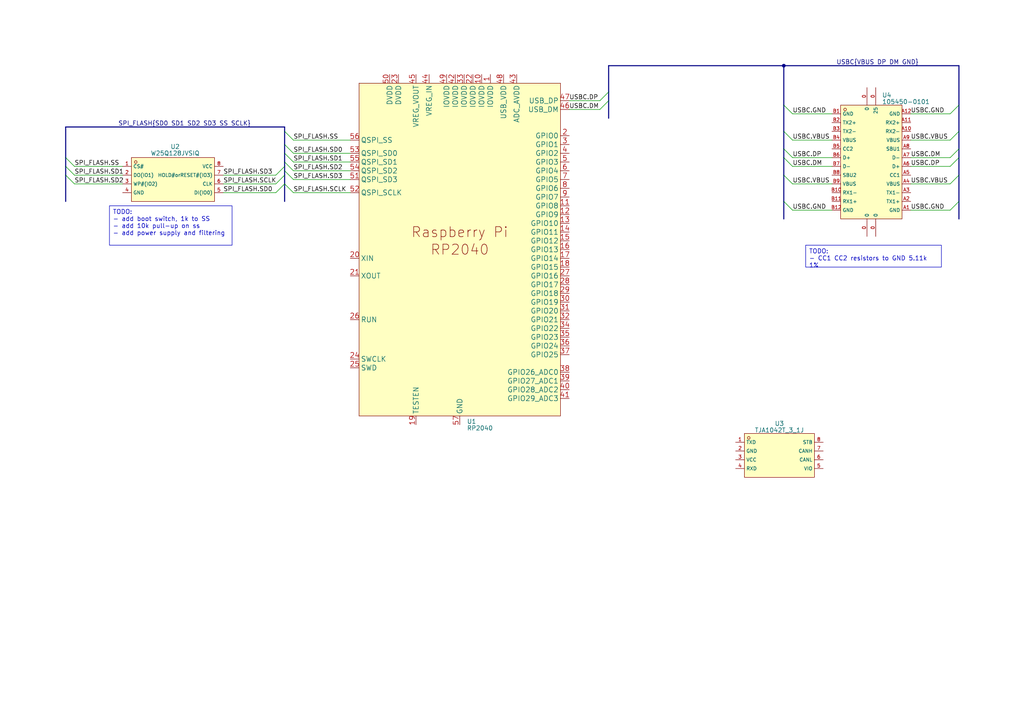
<source format=kicad_sch>
(kicad_sch (version 20230121) (generator eeschema)
  (paper "A4")
  (title_block (company "DrinkRobotics"))
  (lib_symbols
    (symbol "jlc:105450-0101"
      (property "Reference" "U" (at 0 1.27 0))
      (property "Value" "105450-0101" (at 0 -2.54 0))
      (symbol "105450-0101_0_1"
        (rectangle (start -8.89 16.51) (end 8.89 -16.51) (fill (type background)))
        (circle (center -7.62 15.24) (radius 0.381) (fill (type background)))
        (pin unspecified line (at -1.27 -21.59 90) (length 5.08) (name "0") (number "0"))
        (pin unspecified line (at -1.27 21.59 270) (length 5.08) (name "0") (number "0"))
        (pin unspecified line (at 1.27 -21.59 90) (length 5.08) (name "0") (number "0"))
        (pin unspecified line (at 1.27 21.59 270) (length 5.08) (name "25") (number "0"))
        (pin unspecified line (at 11.43 -13.97 180) (length 2.54) (name "GND") (number "A1"))
        (pin unspecified line (at 11.43 8.89 180) (length 2.54) (name "RX2-") (number "A10"))
        (pin unspecified line (at 11.43 11.43 180) (length 2.54) (name "RX2+") (number "A11"))
        (pin unspecified line (at 11.43 13.97 180) (length 2.54) (name "GND") (number "A12"))
        (pin unspecified line (at 11.43 -11.43 180) (length 2.54) (name "TX1+") (number "A2"))
        (pin unspecified line (at 11.43 -8.89 180) (length 2.54) (name "TX1-") (number "A3"))
        (pin unspecified line (at 11.43 -6.35 180) (length 2.54) (name "VBUS") (number "A4"))
        (pin unspecified line (at 11.43 -3.81 180) (length 2.54) (name "CC1") (number "A5"))
        (pin unspecified line (at 11.43 -1.27 180) (length 2.54) (name "D+") (number "A6"))
        (pin unspecified line (at 11.43 1.27 180) (length 2.54) (name "D-") (number "A7"))
        (pin unspecified line (at 11.43 3.81 180) (length 2.54) (name "SBU1") (number "A8"))
        (pin unspecified line (at 11.43 6.35 180) (length 2.54) (name "VBUS") (number "A9"))
        (pin unspecified line (at -11.43 13.97 0) (length 2.54) (name "GND") (number "B1"))
        (pin unspecified line (at -11.43 -8.89 0) (length 2.54) (name "RX1-") (number "B10"))
        (pin unspecified line (at -11.43 -11.43 0) (length 2.54) (name "RX1+") (number "B11"))
        (pin unspecified line (at -11.43 -13.97 0) (length 2.54) (name "GND") (number "B12"))
        (pin unspecified line (at -11.43 11.43 0) (length 2.54) (name "TX2+") (number "B2"))
        (pin unspecified line (at -11.43 8.89 0) (length 2.54) (name "TX2-") (number "B3"))
        (pin unspecified line (at -11.43 6.35 0) (length 2.54) (name "VBUS") (number "B4"))
        (pin unspecified line (at -11.43 3.81 0) (length 2.54) (name "CC2") (number "B5"))
        (pin unspecified line (at -11.43 1.27 0) (length 2.54) (name "D+") (number "B6"))
        (pin unspecified line (at -11.43 -1.27 0) (length 2.54) (name "D-") (number "B7"))
        (pin unspecified line (at -11.43 -3.81 0) (length 2.54) (name "SBU2") (number "B8"))
        (pin unspecified line (at -11.43 -6.35 0) (length 2.54) (name "VBUS") (number "B9"))
      )
    )
    (symbol "jlc:RP2040"
      (property "Reference" "U1" (at 2.0575 -47.3156 0))
      (property "Value" "RP2040" (at 2.0575 -49.2366 0))
      (symbol "RP2040_0_1"
        (rectangle (start -29.2101 50.8001) (end 29.2101 -45.7201) (fill (type background)))
        (text "Raspberry Pi" (at 0 7.62 0) (effects (font (size 2.921 2.921))))
        (text "RP2040" (at 0 2.54 0) (effects (font (size 2.921 2.921))))
        (pin bidirectional line (at 8.89 53.34 270) (length 2.54) (name "IOVDD") (number "1"))
        (pin bidirectional line (at 6.35 53.34 270) (length 2.54) (name "IOVDD") (number "10"))
        (pin bidirectional line (at 31.75 15.24 180) (length 2.54) (name "GPIO8") (number "11"))
        (pin bidirectional line (at 31.75 12.7 180) (length 2.54) (name "GPIO9") (number "12"))
        (pin bidirectional line (at 31.75 10.16 180) (length 2.54) (name "GPIO10") (number "13"))
        (pin bidirectional line (at 31.75 7.62 180) (length 2.54) (name "GPIO11") (number "14"))
        (pin bidirectional line (at 31.75 5.08 180) (length 2.54) (name "GPIO12") (number "15"))
        (pin bidirectional line (at 31.75 2.54 180) (length 2.54) (name "GPIO13") (number "16"))
        (pin bidirectional line (at 31.75 0 180) (length 2.54) (name "GPIO14") (number "17"))
        (pin bidirectional line (at 31.75 -2.54 180) (length 2.54) (name "GPIO15") (number "18"))
        (pin unspecified line (at -12.7 -48.26 90) (length 2.54) (name "TESTEN") (number "19"))
        (pin bidirectional line (at 31.75 35.56 180) (length 2.54) (name "GPIO0") (number "2"))
        (pin input line (at -31.75 0 0) (length 2.54) (name "XIN") (number "20"))
        (pin unspecified line (at -31.75 -5.08 0) (length 2.54) (name "XOUT") (number "21"))
        (pin bidirectional line (at 3.81 53.34 270) (length 2.54) (name "IOVDD") (number "22"))
        (pin bidirectional line (at -17.78 53.34 270) (length 2.54) (name "DVDD") (number "23"))
        (pin output line (at -31.75 -29.21 0) (length 2.54) (name "SWCLK") (number "24"))
        (pin bidirectional line (at -31.75 -31.75 0) (length 2.54) (name "SWD") (number "25"))
        (pin input line (at -31.75 -17.78 0) (length 2.54) (name "RUN") (number "26"))
        (pin bidirectional line (at 31.75 -5.08 180) (length 2.54) (name "GPIO16") (number "27"))
        (pin bidirectional line (at 31.75 -7.62 180) (length 2.54) (name "GPIO17") (number "28"))
        (pin bidirectional line (at 31.75 -10.16 180) (length 2.54) (name "GPIO18") (number "29"))
        (pin bidirectional line (at 31.75 33.02 180) (length 2.54) (name "GPIO1") (number "3"))
        (pin bidirectional line (at 31.75 -12.7 180) (length 2.54) (name "GPIO19") (number "30"))
        (pin bidirectional line (at 31.75 -15.24 180) (length 2.54) (name "GPIO20") (number "31"))
        (pin bidirectional line (at 31.75 -17.78 180) (length 2.54) (name "GPIO21") (number "32"))
        (pin bidirectional line (at 1.27 53.34 270) (length 2.54) (name "IOVDD") (number "33"))
        (pin bidirectional line (at 31.75 -20.32 180) (length 2.54) (name "GPIO22") (number "34"))
        (pin bidirectional line (at 31.75 -22.86 180) (length 2.54) (name "GPIO23") (number "35"))
        (pin bidirectional line (at 31.75 -25.4 180) (length 2.54) (name "GPIO24") (number "36"))
        (pin bidirectional line (at 31.75 -27.94 180) (length 2.54) (name "GPIO25") (number "37"))
        (pin bidirectional line (at 31.75 -33.02 180) (length 2.54) (name "GPIO26_ADC0") (number "38"))
        (pin bidirectional line (at 31.75 -35.56 180) (length 2.54) (name "GPIO27_ADC1") (number "39"))
        (pin bidirectional line (at 31.75 30.48 180) (length 2.54) (name "GPIO2") (number "4"))
        (pin bidirectional line (at 31.75 -38.1 180) (length 2.54) (name "GPIO28_ADC2") (number "40"))
        (pin bidirectional line (at 31.75 -40.64 180) (length 2.54) (name "GPIO29_ADC3") (number "41"))
        (pin bidirectional line (at -1.27 53.34 270) (length 2.54) (name "IOVDD") (number "42"))
        (pin bidirectional line (at 16.51 53.34 270) (length 2.54) (name "ADC_AVDD") (number "43"))
        (pin bidirectional line (at -8.89 53.34 270) (length 2.54) (name "VREG_IN") (number "44"))
        (pin bidirectional line (at -12.7 53.34 270) (length 2.54) (name "VREG_VOUT") (number "45"))
        (pin bidirectional line (at 31.75 43.18 180) (length 2.54) (name "USB_DM") (number "46"))
        (pin bidirectional line (at 31.75 45.72 180) (length 2.54) (name "USB_DP") (number "47"))
        (pin bidirectional line (at 12.7 53.34 270) (length 2.54) (name "USB_VDD") (number "48"))
        (pin bidirectional line (at -3.81 53.34 270) (length 2.54) (name "IOVDD") (number "49"))
        (pin bidirectional line (at 31.75 27.94 180) (length 2.54) (name "GPIO3") (number "5"))
        (pin bidirectional line (at -20.32 53.34 270) (length 2.54) (name "DVDD") (number "50"))
        (pin bidirectional line (at -31.75 22.86 0) (length 2.54) (name "QSPI_SD3") (number "51"))
        (pin output line (at -31.75 19.05 0) (length 2.54) (name "QSPI_SCLK") (number "52"))
        (pin bidirectional line (at -31.75 30.48 0) (length 2.54) (name "QSPI_SD0") (number "53"))
        (pin bidirectional line (at -31.75 25.4 0) (length 2.54) (name "QSPI_SD2") (number "54"))
        (pin bidirectional line (at -31.75 27.94 0) (length 2.54) (name "QSPI_SD1") (number "55"))
        (pin bidirectional line (at -31.75 34.29 0) (length 2.54) (name "QSPI_SS") (number "56"))
        (pin bidirectional line (at 0 -48.26 90) (length 2.54) (name "GND") (number "57"))
        (pin bidirectional line (at 31.75 25.4 180) (length 2.54) (name "GPIO4") (number "6"))
        (pin bidirectional line (at 31.75 22.86 180) (length 2.54) (name "GPIO5") (number "7"))
        (pin bidirectional line (at 31.75 20.32 180) (length 2.54) (name "GPIO6") (number "8"))
        (pin bidirectional line (at 31.75 17.78 180) (length 2.54) (name "GPIO7") (number "9"))
      )
    )
    (symbol "jlc:TJA1042T_3_1J"
      (property "Reference" "U" (at 0 1.27 0))
      (property "Value" "TJA1042T_3_1J" (at 0 -2.54 0))
      (symbol "TJA1042T_3_1J_0_1"
        (rectangle (start -10.16 6.35) (end 10.16 -6.35) (fill (type background)))
        (circle (center -8.89 5.08) (radius 0.381) (fill (type background)))
        (pin unspecified line (at -12.7 3.81 0) (length 2.54) (name "TXD") (number "1"))
        (pin unspecified line (at -12.7 1.27 0) (length 2.54) (name "GND") (number "2"))
        (pin unspecified line (at -12.7 -1.27 0) (length 2.54) (name "VCC") (number "3"))
        (pin unspecified line (at -12.7 -3.81 0) (length 2.54) (name "RXD") (number "4"))
        (pin unspecified line (at 12.7 -3.81 180) (length 2.54) (name "VIO") (number "5"))
        (pin unspecified line (at 12.7 -1.27 180) (length 2.54) (name "CANL") (number "6"))
        (pin unspecified line (at 12.7 1.27 180) (length 2.54) (name "CANH") (number "7"))
        (pin unspecified line (at 12.7 3.81 180) (length 2.54) (name "STB") (number "8"))
      )
    )
    (symbol "jlc:W25Q128JVSIQ"
      (property "Reference" "U2" (at 1.27 9.541 0))
      (property "Value" "W25Q128JVSIQ" (at 1.27 7.62 0))
      (symbol "W25Q128JVSIQ_0_1"
        (rectangle (start -11.43 6.35) (end 12.7 -6.35) (fill (type background)))
        (circle (center -10.1599 5.08) (radius 0.381) (fill (type background)))
        (pin unspecified line (at -13.97 3.81 0) (length 2.54) (name "CS#") (number "1"))
        (pin unspecified line (at -13.97 1.27 0) (length 2.54) (name "DO(IO1)") (number "2"))
        (pin unspecified line (at -13.97 -1.27 0) (length 2.54) (name "WP#(IO2)") (number "3"))
        (pin unspecified line (at -13.97 -3.81 0) (length 2.54) (name "GND") (number "4"))
        (pin unspecified line (at 15.24 -3.81 180) (length 2.54) (name "DI(IO0)") (number "5"))
        (pin unspecified line (at 15.24 -1.27 180) (length 2.54) (name "CLK") (number "6"))
        (pin unspecified line (at 15.24 1.27 180) (length 2.54) (name "HOLD#orRESET#(IO3)") (number "7"))
        (pin unspecified line (at 15.24 3.81 180) (length 2.54) (name "VCC") (number "8"))
      )
    )
  )
  (junction (at 227.33 19.05))
  (bus_entry (at 278.13 58.42) (size -2.54 2.54))
  (bus_entry (at 19.05 50.8) (size 2.54 2.54))
  (bus_entry (at 278.13 30.48) (size -2.54 2.54))
  (bus_entry (at 176.53 29.21) (size -2.54 2.54))
  (bus_entry (at 227.33 45.72) (size 2.54 2.54))
  (bus_entry (at 82.55 44.45) (size 2.54 2.54))
  (bus_entry (at 19.05 48.26) (size 2.54 2.54))
  (bus_entry (at 227.33 58.42) (size 2.54 2.54))
  (bus_entry (at 82.55 53.34) (size 2.54 2.54))
  (bus_entry (at 227.33 30.48) (size 2.54 2.54))
  (bus_entry (at 82.55 46.99) (size 2.54 2.54))
  (bus_entry (at 82.55 53.34) (size -2.54 2.54))
  (bus_entry (at 278.13 50.8) (size -2.54 2.54))
  (bus_entry (at 227.33 38.1) (size 2.54 2.54))
  (bus_entry (at 278.13 43.18) (size -2.54 2.54))
  (bus_entry (at 82.55 48.26) (size -2.54 2.54))
  (bus_entry (at 227.33 43.18) (size 2.54 2.54))
  (bus_entry (at 278.13 38.1) (size -2.54 2.54))
  (bus_entry (at 82.55 49.53) (size 2.54 2.54))
  (bus_entry (at 19.05 45.72) (size 2.54 2.54))
  (bus_entry (at 82.55 38.1) (size 2.54 2.54))
  (bus_entry (at 278.13 45.72) (size -2.54 2.54))
  (bus_entry (at 82.55 41.91) (size 2.54 2.54))
  (bus_entry (at 82.55 50.8) (size -2.54 2.54))
  (bus_entry (at 176.53 26.67) (size -2.54 2.54))
  (bus_entry (at 227.33 50.8) (size 2.54 2.54))
  (wire (pts (xy 85.09 55.88) (xy 101.6 55.88)))
  (bus (pts (xy 176.53 19.05) (xy 176.53 26.67)))
  (wire (pts (xy 165.1 29.21) (xy 173.99 29.21)))
  (wire (pts (xy 229.87 40.64) (xy 241.3 40.64)))
  (bus (pts (xy 278.13 19.05) (xy 278.13 30.48)))
  (wire (pts (xy 229.87 33.02) (xy 241.3 33.02)))
  (bus (pts (xy 227.33 19.05) (xy 176.53 19.05)))
  (wire (pts (xy 85.09 52.07) (xy 101.6 52.07)))
  (bus (pts (xy 82.55 49.53) (xy 82.55 50.8)))
  (bus (pts (xy 82.55 41.91) (xy 82.55 44.45)))
  (bus (pts (xy 82.55 36.83) (xy 19.05 36.83)))
  (bus (pts (xy 82.55 38.1) (xy 82.55 41.91)))
  (bus (pts (xy 278.13 50.8) (xy 278.13 58.42)))
  (bus (pts (xy 227.33 19.05) (xy 278.13 19.05)))
  (wire (pts (xy 229.87 53.34) (xy 241.3 53.34)))
  (wire (pts (xy 264.16 33.02) (xy 275.59 33.02)))
  (bus (pts (xy 19.05 50.8) (xy 19.05 58.42)))
  (bus (pts (xy 227.33 58.42) (xy 227.33 50.8)))
  (wire (pts (xy 85.09 49.53) (xy 101.6 49.53)))
  (bus (pts (xy 278.13 58.42) (xy 278.13 63.5)))
  (wire (pts (xy 264.16 40.64) (xy 275.59 40.64)))
  (wire (pts (xy 21.59 53.34) (xy 35.56 53.34)))
  (wire (pts (xy 21.59 50.8) (xy 35.56 50.8)))
  (bus (pts (xy 227.33 30.48) (xy 227.33 19.05)))
  (wire (pts (xy 264.16 48.26) (xy 275.59 48.26)))
  (bus (pts (xy 278.13 30.48) (xy 278.13 38.1)))
  (bus (pts (xy 19.05 48.26) (xy 19.05 50.8)))
  (bus (pts (xy 278.13 38.1) (xy 278.13 43.18)))
  (bus (pts (xy 227.33 50.8) (xy 227.33 45.72)))
  (bus (pts (xy 176.53 26.67) (xy 176.53 29.21)))
  (wire (pts (xy 85.09 46.99) (xy 101.6 46.99)))
  (wire (pts (xy 64.77 55.88) (xy 80.01 55.88)))
  (bus (pts (xy 82.55 36.83) (xy 82.55 38.1)))
  (wire (pts (xy 165.1 31.75) (xy 173.99 31.75)))
  (bus (pts (xy 227.33 45.72) (xy 227.33 43.18)))
  (wire (pts (xy 64.77 53.34) (xy 80.01 53.34)))
  (bus (pts (xy 82.55 53.34) (xy 82.55 58.42)))
  (wire (pts (xy 264.16 53.34) (xy 275.59 53.34)))
  (wire (pts (xy 85.09 44.45) (xy 101.6 44.45)))
  (wire (pts (xy 64.77 50.8) (xy 80.01 50.8)))
  (bus (pts (xy 176.53 29.21) (xy 176.53 34.29)))
  (wire (pts (xy 229.87 48.26) (xy 241.3 48.26)))
  (bus (pts (xy 82.55 46.99) (xy 82.55 48.26)))
  (bus (pts (xy 19.05 36.83) (xy 19.05 45.72)))
  (bus (pts (xy 227.33 63.5) (xy 227.33 58.42)))
  (wire (pts (xy 229.87 45.72) (xy 241.3 45.72)))
  (bus (pts (xy 278.13 45.72) (xy 278.13 50.8)))
  (wire (pts (xy 264.16 60.96) (xy 275.59 60.96)))
  (bus (pts (xy 278.13 43.18) (xy 278.13 45.72)))
  (bus (pts (xy 19.05 45.72) (xy 19.05 48.26)))
  (wire (pts (xy 264.16 45.72) (xy 275.59 45.72)))
  (bus (pts (xy 82.55 44.45) (xy 82.55 46.99)))
  (bus (pts (xy 82.55 48.26) (xy 82.55 49.53)))
  (bus (pts (xy 227.33 43.18) (xy 227.33 38.1)))
  (bus (pts (xy 227.33 38.1) (xy 227.33 30.48)))
  (wire (pts (xy 85.09 40.64) (xy 101.6 40.64)))
  (wire (pts (xy 21.59 48.26) (xy 35.56 48.26)))
  (wire (pts (xy 229.87 60.96) (xy 241.3 60.96)))
  (bus (pts (xy 82.55 50.8) (xy 82.55 53.34)))
  (text_box "TODO:\n- add boot switch, 1k to SS\n- add 10k pull-up on ss\n- add power supply and filtering" (at 31.75 59.69 0) (size 35.56 11.43) (effects (font (size 1.27 1.27)) (justify left top)))
  (text_box "TODO:\n- CC1 CC2 resistors to GND 5.11k 1%" (at 233.68 71.12 0) (size 39.37 6.35) (effects (font (size 1.27 1.27)) (justify left top)))
  (label "SPI_FLASH.SD3" (at 85.09 52.07 0))
  (label "USBC.VBUS" (at 264.16 53.34 0))
  (label "SPI_FLASH.SD2" (at 21.59 53.34 0))
  (label "USBC.GND" (at 264.16 60.96 0))
  (label "SPI_FLASH.SS" (at 85.09 40.64 0))
  (label "USBC{VBUS DP DM GND}" (at 242.57 19.05 0))
  (label "SPI_FLASH.SCLK" (at 85.09 55.88 0))
  (label "SPI_FLASH.SD0" (at 85.09 44.45 0))
  (label "USBC.DP" (at 229.87 45.72 0))
  (label "USBC.GND" (at 229.87 33.02 0))
  (label "SPI_FLASH{SD0 SD1 SD2 SD3 SS SCLK}" (at 34.29 36.83 0))
  (label "SPI_FLASH.SD1" (at 21.59 50.8 0))
  (label "SPI_FLASH.SCLK" (at 64.77 53.34 0))
  (label "SPI_FLASH.SS" (at 21.59 48.26 0))
  (label "USBC.GND" (at 264.16 33.02 0))
  (label "SPI_FLASH.SD3" (at 64.77 50.8 0))
  (label "USBC.DP" (at 165.1 29.21 0))
  (label "USBC.DM" (at 165.1 31.75 0))
  (label "USBC.VBUS" (at 229.87 40.64 0))
  (label "USBC.GND" (at 229.87 60.96 0))
  (label "USBC.VBUS" (at 264.16 40.64 0))
  (label "SPI_FLASH.SD2" (at 85.09 49.53 0))
  (label "USBC.DM" (at 264.16 45.72 0))
  (label "USBC.VBUS" (at 229.87 53.34 0))
  (label "USBC.DP" (at 264.16 48.26 0))
  (label "SPI_FLASH.SD0" (at 64.77 55.88 0))
  (label "USBC.DM" (at 229.87 48.26 0))
  (label "SPI_FLASH.SD1" (at 85.09 46.99 0))
  (symbol (lib_id "jlc:W25Q128JVSIQ") (at 49.53 52.07 0) (unit 1)
    (property "Reference" "U2" (at 50.8 42.529 0))
    (property "Value" "W25Q128JVSIQ" (at 50.8 44.45 0))
    (property "Footprint" "jlc_footprints:SOIC-8_L5.3-W5.3-P1.27-LS8.0-BL" (effects hide))
    (property "Datasheet" "https://item.szlcsc.com/63461.html" (effects hide))
    (property "LCSC" "C113767" (effects hide))
  )
  (symbol (lib_id "jlc:105450-0101") (at 252.73 46.99 0) (unit 1)
    (property "Reference" "U4" (at 255.8209 27.5971 0) (effects (justify left)))
    (property "Value" "105450-0101" (at 255.8209 29.5181 0) (effects (justify left)))
    (property "Footprint" "jlc_footprints:USB-C-SMD_TYPE-C-USB-18" (effects hide))
    (property "Datasheet" "https://item.szlcsc.com/145400.html" (effects hide))
    (property "LCSC" "C134092" (effects hide))
  )
  (symbol (lib_id "jlc:TJA1042T_3_1J") (at 226.06 132.08 0) (unit 1)
    (property "Reference" "U3" (at 226.06 122.8471 0))
    (property "Value" "TJA1042T_3_1J" (at 226.06 124.7681 0))
    (property "Footprint" "jlc_footprints:SOIC-8_L5.0-W4.0-P1.27-LS6.0-BL" (effects hide))
    (property "Datasheet" "https://item.szlcsc.com/417287.html" (effects hide))
    (property "LCSC" "C132227" (effects hide))
  )
  (symbol (lib_id "jlc:RP2040") (at 133.35 74.93 0) (unit 1)
    (property "Reference" "U1" (at 135.4075 122.2456 0) (effects (justify left)))
    (property "Value" "RP2040" (at 135.4075 124.1666 0) (effects (justify left)))
    (property "Footprint" "jlc_footprints:LQFN-56_L7.0-W7.0-P0.4-EP" (effects hide))
    (property "Datasheet" "https://atta.szlcsc.com/upload/public/pdf/source/20210621/C2040_96F425825606B7957D87DD32E2512CA9.pdf" (effects hide))
    (property "LCSC" "C2040" (effects hide))
  )
)
</source>
